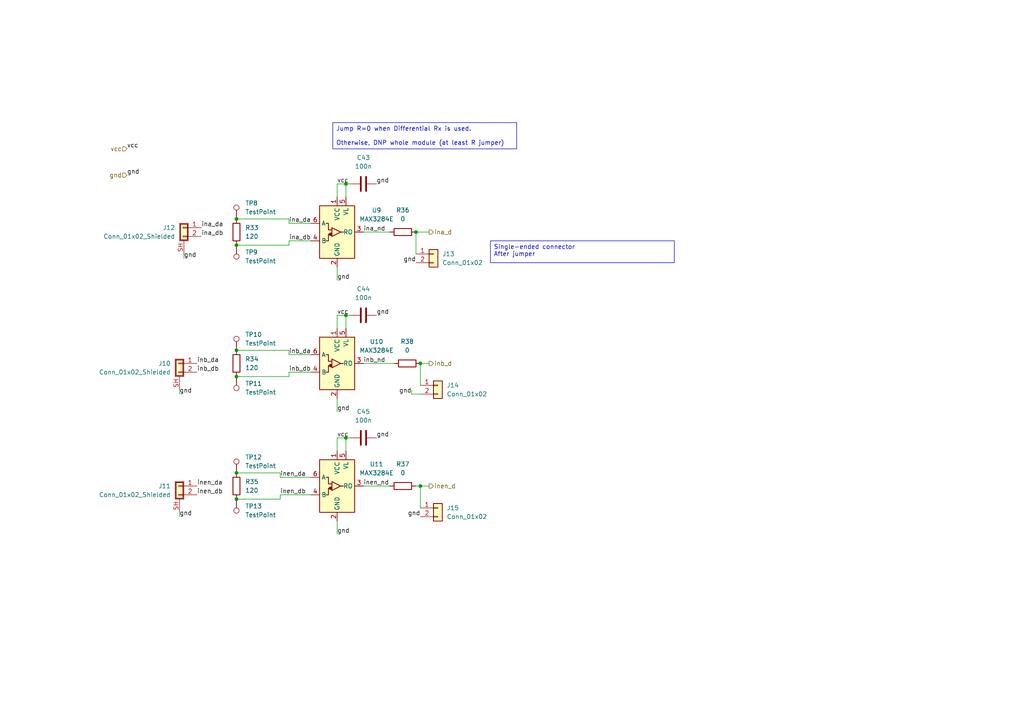
<source format=kicad_sch>
(kicad_sch (version 20231120) (generator "eeschema") (generator_version "8.0")
  (paper "A4")
  (title_block (title "Differential receiver x3") (rev "1") (company "Dr.-Ing. Alan H. Wilson Veas") (comment 1 "AHWV"))
  (lib_symbols
    (symbol "HalfBridge_SiC:C" (pin_numbers hide) (pin_names (offset 0.254))
      (property "Reference" "C" (at 0.635 2.54 0))
      (property "Value" "C" (at 0.635 -2.54 0))
      (symbol "C_0_1"
        (polyline (pts (xy -2.032 -0.762) (xy 2.032 -0.762)) (stroke (width 0.508)))
        (polyline (pts (xy -2.032 0.762) (xy 2.032 0.762)) (stroke (width 0.508)))
      )
      (symbol "C_1_1"
        (pin passive line (at 0 3.81 270) (length 2.794) (name "~") (number "1"))
        (pin passive line (at 0 -3.81 90) (length 2.794) (name "~") (number "2"))
      )
    )
    (symbol "HalfBridge_SiC:Conn_01x02" (pin_names (offset 1.016) hide)
      (property "Reference" "J" (at 0 2.54 0))
      (property "Value" "Conn_01x02" (at 0 -5.08 0))
      (symbol "Conn_01x02_1_1"
        (rectangle (start -1.27 -2.413) (end 0 -2.667) (stroke (width 0.1524)))
        (rectangle (start -1.27 0.127) (end 0 -0.127) (stroke (width 0.1524)))
        (rectangle (start -1.27 1.27) (end 1.27 -3.81) (stroke (width 0.254)) (fill (type background)))
        (pin passive line (at -5.08 0 0) (length 3.81) (name "Pin_1") (number "1"))
        (pin passive line (at -5.08 -2.54 0) (length 3.81) (name "Pin_2") (number "2"))
      )
    )
    (symbol "HalfBridge_SiC:Conn_01x02_Shielded" (pin_names (offset 1.016) hide)
      (property "Reference" "J" (at 0.254 2.286 0))
      (property "Value" "Conn_01x02_Shielded" (at 1.016 -4.826 0))
      (symbol "Conn_01x02_Shielded_1_1"
        (rectangle (start -1.27 1.27) (end 1.27 -3.81) (stroke (width 0.1524)))
        (rectangle (start -1.016 -2.413) (end 0.254 -2.667) (stroke (width 0.1524)))
        (rectangle (start -1.016 0.127) (end 0.254 -0.127) (stroke (width 0.1524)))
        (rectangle (start -1.016 1.016) (end 1.016 -3.556) (stroke (width 0.254)) (fill (type background)))
        (pin passive line (at -5.08 0 0) (length 4.064) (name "Pin_1") (number "1"))
        (pin passive line (at -5.08 -2.54 0) (length 4.064) (name "Pin_2") (number "2"))
        (pin passive line (at 0 -7.62 90) (length 3.81) (name "Shield") (number "SH"))
      )
    )
    (symbol "HalfBridge_SiC:MAX3284E"
      (property "Reference" "U" (at -3.81 8.89 0))
      (property "Value" "MAX3284E" (at 3.81 8.89 0))
      (symbol "MAX3284E_0_1"
        (rectangle (start -5.08 7.62) (end 5.08 -7.62) (stroke (width 0.254)) (fill (type background)))
        (circle (center -1.905 -0.635) (radius 0.3556) (stroke (width 0.254)) (fill (type outline)))
        (rectangle (start -1.524 0.635) (end -1.524 0.635))
        (polyline (pts (xy 1.778 0) (xy 1.016 0)) (stroke (width 0.254)))
        (polyline (pts (xy -1.905 -0.635) (xy -2.54 -0.635) (xy -2.54 -2.54) (xy -3.175 -2.54)) (stroke (width 0.254)))
        (polyline (pts (xy -1.524 0.635) (xy -2.54 0.635) (xy -2.54 2.54) (xy -3.175 2.54)) (stroke (width 0.254)))
        (polyline (pts (xy 1.016 0) (xy -1.524 1.27) (xy -1.524 -1.27) (xy 1.016 0)) (stroke (width 0.254)))
      )
      (symbol "MAX3284E_1_1"
        (pin power_in line (at 0 10.16 270) (length 2.54) (name "VCC") (number "1"))
        (pin power_in line (at 0 -10.16 90) (length 2.54) (name "GND") (number "2"))
        (pin output line (at 7.62 0 180) (length 2.54) (name "RO") (number "3"))
        (pin input line (at -7.62 -2.54 0) (length 2.54) (name "B") (number "4"))
        (pin power_in line (at 2.54 10.16 270) (length 2.54) (name "VL") (number "5"))
        (pin input line (at -7.62 2.54 0) (length 2.54) (name "A") (number "6"))
      )
    )
    (symbol "HalfBridge_SiC:R" (pin_numbers hide) (pin_names (offset 0))
      (property "Reference" "R" (at 2.032 0 90))
      (property "Value" "R" (at 0 0 90))
      (symbol "R_0_1"
        (rectangle (start -1.016 -2.54) (end 1.016 2.54) (stroke (width 0.254)))
      )
      (symbol "R_1_1"
        (pin passive line (at 0 3.81 270) (length 1.27) (name "~") (number "1"))
        (pin passive line (at 0 -3.81 90) (length 1.27) (name "~") (number "2"))
      )
    )
    (symbol "HalfBridge_SiC:TestPoint" (pin_numbers hide) (pin_names (offset 0.762) hide)
      (property "Reference" "TP" (at 0 6.858 0))
      (property "Value" "TestPoint" (at 0 5.08 0))
      (symbol "TestPoint_0_1"
        (circle (center 0 3.302) (radius 0.762))
      )
      (symbol "TestPoint_1_1"
        (pin passive line (at 0 0 90) (length 2.54) (name "1") (number "1"))
      )
    )
  )
  (junction (at 68.58 71.12))
  (junction (at 68.58 137.16))
  (junction (at 100.33 53.34))
  (junction (at 121.92 140.97))
  (junction (at 100.33 127))
  (junction (at 68.58 101.6))
  (junction (at 68.58 109.22))
  (junction (at 120.65 67.31))
  (junction (at 68.58 63.5))
  (junction (at 121.92 105.41))
  (junction (at 100.33 91.44))
  (junction (at 68.58 144.78))
  (wire (pts (xy 83.82 64.77) (xy 90.17 64.77)))
  (wire (pts (xy 83.82 64.77) (xy 83.82 63.5)))
  (wire (pts (xy 120.65 67.31) (xy 120.65 73.66)))
  (wire (pts (xy 97.79 53.34) (xy 100.33 53.34)))
  (wire (pts (xy 119.38 114.3) (xy 119.38 113.03)))
  (wire (pts (xy 97.79 127) (xy 100.33 127)))
  (wire (pts (xy 105.41 67.31) (xy 113.03 67.31)))
  (wire (pts (xy 81.28 138.43) (xy 81.28 137.16)))
  (wire (pts (xy 83.82 102.87) (xy 90.17 102.87)))
  (wire (pts (xy 83.82 69.85) (xy 83.82 71.12)))
  (wire (pts (xy 121.92 105.41) (xy 124.46 105.41)))
  (wire (pts (xy 97.79 154.94) (xy 97.79 151.13)))
  (wire (pts (xy 100.33 91.44) (xy 100.33 95.25)))
  (wire (pts (xy 68.58 137.16) (xy 81.28 137.16)))
  (wire (pts (xy 53.34 74.93) (xy 53.34 73.66)))
  (wire (pts (xy 68.58 101.6) (xy 83.82 101.6)))
  (wire (pts (xy 52.07 149.86) (xy 52.07 148.59)))
  (wire (pts (xy 81.28 144.78) (xy 68.58 144.78)))
  (wire (pts (xy 68.58 63.5) (xy 83.82 63.5)))
  (wire (pts (xy 83.82 69.85) (xy 90.17 69.85)))
  (wire (pts (xy 83.82 107.95) (xy 83.82 109.22)))
  (wire (pts (xy 52.07 114.3) (xy 52.07 113.03)))
  (wire (pts (xy 97.79 81.28) (xy 97.79 77.47)))
  (wire (pts (xy 100.33 53.34) (xy 100.33 57.15)))
  (wire (pts (xy 105.41 140.97) (xy 113.03 140.97)))
  (wire (pts (xy 121.92 105.41) (xy 121.92 111.76)))
  (wire (pts (xy 100.33 130.81) (xy 100.33 127)))
  (wire (pts (xy 97.79 119.38) (xy 97.79 115.57)))
  (wire (pts (xy 120.65 67.31) (xy 124.46 67.31)))
  (wire (pts (xy 100.33 91.44) (xy 101.6 91.44)))
  (wire (pts (xy 81.28 138.43) (xy 90.17 138.43)))
  (wire (pts (xy 119.38 114.3) (xy 121.92 114.3)))
  (wire (pts (xy 81.28 144.78) (xy 81.28 143.51)))
  (wire (pts (xy 83.82 109.22) (xy 68.58 109.22)))
  (wire (pts (xy 121.92 140.97) (xy 124.46 140.97)))
  (wire (pts (xy 121.92 140.97) (xy 121.92 147.32)))
  (wire (pts (xy 97.79 91.44) (xy 100.33 91.44)))
  (wire (pts (xy 120.65 140.97) (xy 121.92 140.97)))
  (wire (pts (xy 100.33 53.34) (xy 101.6 53.34)))
  (wire (pts (xy 83.82 102.87) (xy 83.82 101.6)))
  (wire (pts (xy 83.82 107.95) (xy 90.17 107.95)))
  (wire (pts (xy 100.33 127) (xy 101.6 127)))
  (wire (pts (xy 105.41 105.41) (xy 114.3 105.41)))
  (wire (pts (xy 81.28 143.51) (xy 90.17 143.51)))
  (wire (pts (xy 68.58 71.12) (xy 83.82 71.12)))
  (wire (pts (xy 97.79 53.34) (xy 97.79 57.15)))
  (wire (pts (xy 97.79 91.44) (xy 97.79 95.25)))
  (wire (pts (xy 97.79 127) (xy 97.79 130.81)))
  (text_box "Single-ended connector\nAfter jumper" (at 142.24 69.85 0) (size 53.34 6.35) (effects (font (size 1.27 1.27)) (justify left top)))
  (text_box "Jump R=0 when Differential Rx is used.\n\nOtherwise, DNP whole module (at least R jumper)" (at 96.52 35.56 0) (size 53.34 7.62) (effects (font (size 1.27 1.27)) (justify left top)))
  (label "inen_da" (at 81.28 138.43 0))
  (label "gnd" (at 52.07 114.3 0))
  (label "inb_db" (at 83.82 107.95 0))
  (label "inen_db" (at 81.28 143.51 0))
  (label "inen_nd" (at 105.41 140.97 0))
  (label "inb_db" (at 57.15 107.95 0))
  (label "ina_da" (at 83.82 64.77 0))
  (label "vcc" (at 36.83 43.18 0))
  (label "vcc" (at 97.79 91.44 0))
  (label "ina_db" (at 58.42 68.58 0))
  (label "vcc" (at 97.79 127 0))
  (label "inb_nd" (at 105.41 105.41 0))
  (label "inb_da" (at 83.82 102.87 0))
  (label "vcc" (at 97.79 53.34 0))
  (label "gnd" (at 109.22 91.44 0))
  (label "gnd" (at 36.83 50.8 0))
  (label "inb_da" (at 57.15 105.41 0))
  (label "gnd" (at 97.79 154.94 0))
  (label "gnd" (at 97.79 81.28 0))
  (label "gnd" (at 120.65 76.2 180))
  (label "ina_db" (at 83.82 69.85 0))
  (label "gnd" (at 53.34 74.93 0))
  (label "gnd" (at 121.92 149.86 180))
  (label "ina_nd" (at 105.41 67.31 0))
  (label "gnd" (at 52.07 149.86 0))
  (label "gnd" (at 119.38 114.3 180))
  (label "gnd" (at 97.79 119.38 0))
  (label "inen_da" (at 57.15 140.97 0))
  (label "inen_db" (at 57.15 143.51 0))
  (label "ina_da" (at 58.42 66.04 0))
  (label "gnd" (at 109.22 53.34 0))
  (label "gnd" (at 109.22 127 0))
  (hierarchical_label "vcc" (shape input) (at 36.83 43.18 180))
  (hierarchical_label "ina_d" (shape output) (at 124.46 67.31 0))
  (hierarchical_label "inb_d" (shape output) (at 124.46 105.41 0))
  (hierarchical_label "inen_d" (shape output) (at 124.46 140.97 0))
  (hierarchical_label "gnd" (shape input) (at 36.83 50.8 180))
  (symbol (lib_id "HalfBridge_SiC:Conn_01x02_Shielded") (at 52.07 105.41 0) (mirror y) (unit 1)
    (property "Reference" "J10" (at 49.53 105.4099 0) (effects (justify left)))
    (property "Value" "Conn_01x02_Shielded" (at 49.53 107.9499 0) (effects (justify left)))
    (property "Footprint" "My_Connector:SAMTEC_T1M-02-F-SH-L-K" (effects (hide yes)))
    (property "Description" "Generic shielded connector, single row, 01x02, script generated (kicad-library-utils/schlib/autogen/connector/)" (effects (hide yes)))
  )
  (symbol (lib_id "HalfBridge_SiC:TestPoint") (at 68.58 137.16 0) (unit 1)
    (property "Reference" "TP12" (at 71.12 132.5879 0) (effects (justify left)))
    (property "Value" "TestPoint" (at 71.12 135.1279 0) (effects (justify left)))
    (property "Footprint" "TestPoint:TestPoint_Keystone_5015_Micro-Minature" (effects (hide yes)))
    (property "Description" "test point" (effects (hide yes)))
  )
  (symbol (lib_id "HalfBridge_SiC:R") (at 118.11 105.41 90) (unit 1)
    (property "Reference" "R38" (at 118.11 99.06 90))
    (property "Value" "0" (at 118.11 101.6 90))
    (property "Footprint" "Resistor_SMD:R_0603_1608Metric_Pad0.98x0.95mm_HandSolder" (effects (hide yes)))
    (property "Description" "Resistor" (effects (hide yes)))
  )
  (symbol (lib_id "HalfBridge_SiC:R") (at 116.84 140.97 90) (unit 1)
    (property "Reference" "R37" (at 116.84 134.62 90))
    (property "Value" "0" (at 116.84 137.16 90))
    (property "Footprint" "Resistor_SMD:R_0603_1608Metric_Pad0.98x0.95mm_HandSolder" (effects (hide yes)))
    (property "Description" "Resistor" (effects (hide yes)))
  )
  (symbol (lib_id "HalfBridge_SiC:R") (at 116.84 67.31 90) (unit 1)
    (property "Reference" "R36" (at 116.84 60.96 90))
    (property "Value" "0" (at 116.84 63.5 90))
    (property "Footprint" "Resistor_SMD:R_0603_1608Metric_Pad0.98x0.95mm_HandSolder" (effects (hide yes)))
    (property "Description" "Resistor" (effects (hide yes)))
  )
  (symbol (lib_id "HalfBridge_SiC:C") (at 105.41 91.44 90) (unit 1)
    (property "Reference" "C44" (at 105.41 83.82 90))
    (property "Value" "100n" (at 105.41 86.36 90))
    (property "Footprint" "Capacitor_SMD:C_0603_1608Metric_Pad1.08x0.95mm_HandSolder" (effects (hide yes)))
    (property "Description" "Unpolarized capacitor" (effects (hide yes)))
  )
  (symbol (lib_id "HalfBridge_SiC:TestPoint") (at 68.58 144.78 180) (unit 1)
    (property "Reference" "TP13" (at 71.12 146.8119 0) (effects (justify right)))
    (property "Value" "TestPoint" (at 71.12 149.3519 0) (effects (justify right)))
    (property "Footprint" "TestPoint:TestPoint_Keystone_5015_Micro-Minature" (effects (hide yes)))
    (property "Description" "test point" (effects (hide yes)))
  )
  (symbol (lib_id "HalfBridge_SiC:TestPoint") (at 68.58 71.12 180) (unit 1)
    (property "Reference" "TP9" (at 71.12 73.1519 0) (effects (justify right)))
    (property "Value" "TestPoint" (at 71.12 75.6919 0) (effects (justify right)))
    (property "Footprint" "TestPoint:TestPoint_Keystone_5015_Micro-Minature" (effects (hide yes)))
    (property "Description" "test point" (effects (hide yes)))
  )
  (symbol (lib_id "HalfBridge_SiC:Conn_01x02") (at 127 111.76 0) (unit 1)
    (property "Reference" "J14" (at 129.54 111.7599 0) (effects (justify left)))
    (property "Value" "Conn_01x02" (at 129.54 114.2999 0) (effects (justify left)))
    (property "Footprint" "Connector_PinHeader_2.54mm:PinHeader_1x02_P2.54mm_Horizontal" (effects (hide yes)))
    (property "Description" "Generic connector, single row, 01x02, script generated (kicad-library-utils/schlib/autogen/connector/)" (effects (hide yes)))
  )
  (symbol (lib_id "HalfBridge_SiC:R") (at 68.58 140.97 0) (unit 1)
    (property "Reference" "R35" (at 71.12 139.6999 0) (effects (justify left)))
    (property "Value" "120" (at 71.12 142.2399 0) (effects (justify left)))
    (property "Footprint" "Resistor_SMD:R_0603_1608Metric_Pad0.98x0.95mm_HandSolder" (effects (hide yes)))
    (property "Description" "Resistor" (effects (hide yes)))
  )
  (symbol (lib_id "HalfBridge_SiC:Conn_01x02_Shielded") (at 52.07 140.97 0) (mirror y) (unit 1)
    (property "Reference" "J11" (at 49.53 140.9699 0) (effects (justify left)))
    (property "Value" "Conn_01x02_Shielded" (at 49.53 143.5099 0) (effects (justify left)))
    (property "Footprint" "My_Connector:SAMTEC_T1M-02-F-SH-L-K" (effects (hide yes)))
    (property "Description" "Generic shielded connector, single row, 01x02, script generated (kicad-library-utils/schlib/autogen/connector/)" (effects (hide yes)))
  )
  (symbol (lib_id "HalfBridge_SiC:C") (at 105.41 127 90) (unit 1)
    (property "Reference" "C45" (at 105.41 119.38 90))
    (property "Value" "100n" (at 105.41 121.92 90))
    (property "Footprint" "Capacitor_SMD:C_0603_1608Metric_Pad1.08x0.95mm_HandSolder" (effects (hide yes)))
    (property "Description" "Unpolarized capacitor" (effects (hide yes)))
  )
  (symbol (lib_id "HalfBridge_SiC:Conn_01x02") (at 127 147.32 0) (unit 1)
    (property "Reference" "J15" (at 129.54 147.3199 0) (effects (justify left)))
    (property "Value" "Conn_01x02" (at 129.54 149.8599 0) (effects (justify left)))
    (property "Footprint" "Connector_PinHeader_2.54mm:PinHeader_1x02_P2.54mm_Horizontal" (effects (hide yes)))
    (property "Description" "Generic connector, single row, 01x02, script generated (kicad-library-utils/schlib/autogen/connector/)" (effects (hide yes)))
  )
  (symbol (lib_id "HalfBridge_SiC:TestPoint") (at 68.58 109.22 180) (unit 1)
    (property "Reference" "TP11" (at 71.12 111.2519 0) (effects (justify right)))
    (property "Value" "TestPoint" (at 71.12 113.7919 0) (effects (justify right)))
    (property "Footprint" "TestPoint:TestPoint_Keystone_5015_Micro-Minature" (effects (hide yes)))
    (property "Description" "test point" (effects (hide yes)))
  )
  (symbol (lib_id "HalfBridge_SiC:R") (at 68.58 67.31 0) (unit 1)
    (property "Reference" "R33" (at 71.12 66.0399 0) (effects (justify left)))
    (property "Value" "120" (at 71.12 68.5799 0) (effects (justify left)))
    (property "Footprint" "Resistor_SMD:R_0603_1608Metric_Pad0.98x0.95mm_HandSolder" (effects (hide yes)))
    (property "Description" "Resistor" (effects (hide yes)))
  )
  (symbol (lib_id "HalfBridge_SiC:Conn_01x02") (at 125.73 73.66 0) (unit 1)
    (property "Reference" "J13" (at 128.27 73.6599 0) (effects (justify left)))
    (property "Value" "Conn_01x02" (at 128.27 76.1999 0) (effects (justify left)))
    (property "Footprint" "Connector_PinHeader_2.54mm:PinHeader_1x02_P2.54mm_Horizontal" (effects (hide yes)))
    (property "Description" "Generic connector, single row, 01x02, script generated (kicad-library-utils/schlib/autogen/connector/)" (effects (hide yes)))
  )
  (symbol (lib_id "HalfBridge_SiC:C") (at 105.41 53.34 90) (unit 1)
    (property "Reference" "C43" (at 105.41 45.72 90))
    (property "Value" "100n" (at 105.41 48.26 90))
    (property "Footprint" "Capacitor_SMD:C_0603_1608Metric_Pad1.08x0.95mm_HandSolder" (effects (hide yes)))
    (property "Description" "Unpolarized capacitor" (effects (hide yes)))
  )
  (symbol (lib_id "HalfBridge_SiC:MAX3284E") (at 97.79 105.41 0) (unit 1)
    (property "Reference" "U10" (at 109.22 99.0914 0))
    (property "Value" "MAX3284E" (at 109.22 101.6314 0))
    (property "Footprint" "Package_TO_SOT_SMD:SOT-23-6" (effects (hide yes)))
    (property "Datasheet" "https://datasheets.maximintegrated.com/en/ds/MAX3280E-MAX3284E.pdf" (effects (hide yes)))
    (property "Description" "±15kV ESD-Protected 52Mbps, 3V to 5.5V RS-485/RS-422 True Fail-Safe Receivers, SOT23" (effects (hide yes)))
  )
  (symbol (lib_id "HalfBridge_SiC:MAX3284E") (at 97.79 67.31 0) (unit 1)
    (property "Reference" "U9" (at 109.22 60.9914 0))
    (property "Value" "MAX3284E" (at 109.22 63.5314 0))
    (property "Footprint" "Package_TO_SOT_SMD:SOT-23-6" (effects (hide yes)))
    (property "Datasheet" "https://datasheets.maximintegrated.com/en/ds/MAX3280E-MAX3284E.pdf" (effects (hide yes)))
    (property "Description" "±15kV ESD-Protected 52Mbps, 3V to 5.5V RS-485/RS-422 True Fail-Safe Receivers, SOT23" (effects (hide yes)))
  )
  (symbol (lib_id "HalfBridge_SiC:TestPoint") (at 68.58 63.5 0) (unit 1)
    (property "Reference" "TP8" (at 71.12 58.9279 0) (effects (justify left)))
    (property "Value" "TestPoint" (at 71.12 61.4679 0) (effects (justify left)))
    (property "Footprint" "TestPoint:TestPoint_Keystone_5015_Micro-Minature" (effects (hide yes)))
    (property "Description" "test point" (effects (hide yes)))
  )
  (symbol (lib_id "HalfBridge_SiC:MAX3284E") (at 97.79 140.97 0) (unit 1)
    (property "Reference" "U11" (at 109.22 134.6514 0))
    (property "Value" "MAX3284E" (at 109.22 137.1914 0))
    (property "Footprint" "Package_TO_SOT_SMD:SOT-23-6" (effects (hide yes)))
    (property "Datasheet" "https://datasheets.maximintegrated.com/en/ds/MAX3280E-MAX3284E.pdf" (effects (hide yes)))
    (property "Description" "±15kV ESD-Protected 52Mbps, 3V to 5.5V RS-485/RS-422 True Fail-Safe Receivers, SOT23" (effects (hide yes)))
  )
  (symbol (lib_id "HalfBridge_SiC:R") (at 68.58 105.41 0) (unit 1)
    (property "Reference" "R34" (at 71.12 104.1399 0) (effects (justify left)))
    (property "Value" "120" (at 71.12 106.6799 0) (effects (justify left)))
    (property "Footprint" "Resistor_SMD:R_0603_1608Metric_Pad0.98x0.95mm_HandSolder" (effects (hide yes)))
    (property "Description" "Resistor" (effects (hide yes)))
  )
  (symbol (lib_id "HalfBridge_SiC:Conn_01x02_Shielded") (at 53.34 66.04 0) (mirror y) (unit 1)
    (property "Reference" "J12" (at 50.8 66.0399 0) (effects (justify left)))
    (property "Value" "Conn_01x02_Shielded" (at 50.8 68.5799 0) (effects (justify left)))
    (property "Footprint" "My_Connector:SAMTEC_T1M-02-F-SH-L-K" (effects (hide yes)))
    (property "Description" "Generic shielded connector, single row, 01x02, script generated (kicad-library-utils/schlib/autogen/connector/)" (effects (hide yes)))
  )
  (symbol (lib_id "HalfBridge_SiC:TestPoint") (at 68.58 101.6 0) (unit 1)
    (property "Reference" "TP10" (at 71.12 97.0279 0) (effects (justify left)))
    (property "Value" "TestPoint" (at 71.12 99.5679 0) (effects (justify left)))
    (property "Footprint" "TestPoint:TestPoint_Keystone_5015_Micro-Minature" (effects (hide yes)))
    (property "Description" "test point" (effects (hide yes)))
  )
)
</source>
